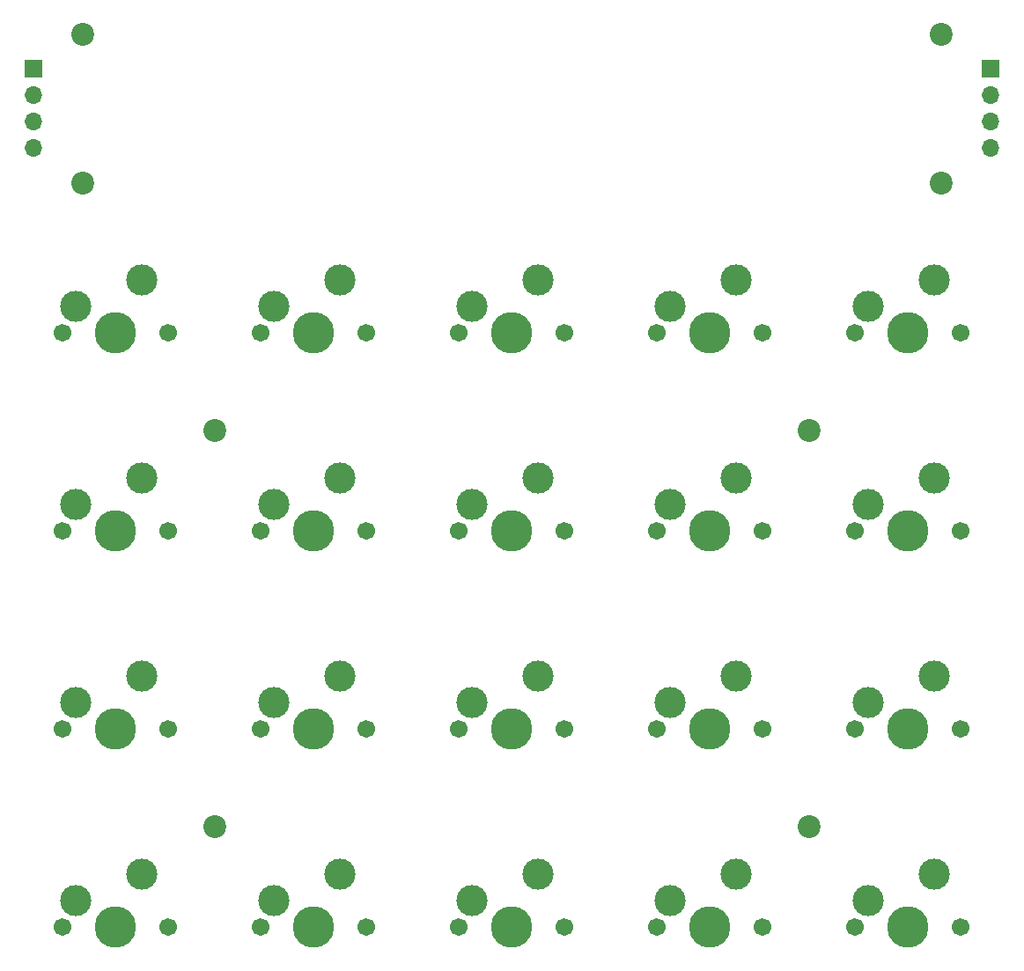
<source format=gbr>
%TF.GenerationSoftware,KiCad,Pcbnew,(6.0.4-0)*%
%TF.CreationDate,2022-07-24T18:31:06-05:00*%
%TF.ProjectId,beyblock20,62657962-6c6f-4636-9b32-302e6b696361,rev?*%
%TF.SameCoordinates,Original*%
%TF.FileFunction,Soldermask,Top*%
%TF.FilePolarity,Negative*%
%FSLAX46Y46*%
G04 Gerber Fmt 4.6, Leading zero omitted, Abs format (unit mm)*
G04 Created by KiCad (PCBNEW (6.0.4-0)) date 2022-07-24 18:31:06*
%MOMM*%
%LPD*%
G01*
G04 APERTURE LIST*
%ADD10C,2.200000*%
%ADD11C,1.701800*%
%ADD12C,3.987800*%
%ADD13C,3.000000*%
%ADD14O,1.700000X1.700000*%
%ADD15R,1.700000X1.700000*%
G04 APERTURE END LIST*
D10*
%TO.C,H8*%
X156368750Y-37306250D03*
%TD*%
%TO.C,H7*%
X73818750Y-37306250D03*
%TD*%
%TO.C,H6*%
X156368750Y-23018750D03*
%TD*%
%TO.C,H5*%
X73818750Y-23018750D03*
%TD*%
%TO.C,H4*%
X143668750Y-99218750D03*
%TD*%
%TO.C,H3*%
X86518750Y-99218750D03*
%TD*%
%TO.C,H2*%
X143668750Y-61118750D03*
%TD*%
%TO.C,H1*%
X86518750Y-61118750D03*
%TD*%
D11*
%TO.C,SW20*%
X71913750Y-108887500D03*
X82073750Y-108887500D03*
D12*
X76993750Y-108887500D03*
D13*
X73183750Y-106347500D03*
X79533750Y-103807500D03*
%TD*%
D11*
%TO.C,SW19*%
X90963750Y-108887500D03*
X101123750Y-108887500D03*
D12*
X96043750Y-108887500D03*
D13*
X92233750Y-106347500D03*
X98583750Y-103807500D03*
%TD*%
D11*
%TO.C,SW18*%
X110013750Y-108887500D03*
X120173750Y-108887500D03*
D12*
X115093750Y-108887500D03*
D13*
X111283750Y-106347500D03*
X117633750Y-103807500D03*
%TD*%
D11*
%TO.C,SW17*%
X129063750Y-108887500D03*
X139223750Y-108887500D03*
D12*
X134143750Y-108887500D03*
D13*
X130333750Y-106347500D03*
X136683750Y-103807500D03*
%TD*%
D11*
%TO.C,SW16*%
X148113750Y-108887500D03*
X158273750Y-108887500D03*
D12*
X153193750Y-108887500D03*
D13*
X149383750Y-106347500D03*
X155733750Y-103807500D03*
%TD*%
D11*
%TO.C,SW15*%
X71913750Y-89837500D03*
X82073750Y-89837500D03*
D12*
X76993750Y-89837500D03*
D13*
X73183750Y-87297500D03*
X79533750Y-84757500D03*
%TD*%
D11*
%TO.C,SW14*%
X90963750Y-89837500D03*
X101123750Y-89837500D03*
D12*
X96043750Y-89837500D03*
D13*
X92233750Y-87297500D03*
X98583750Y-84757500D03*
%TD*%
D11*
%TO.C,SW13*%
X110013750Y-89837500D03*
X120173750Y-89837500D03*
D12*
X115093750Y-89837500D03*
D13*
X111283750Y-87297500D03*
X117633750Y-84757500D03*
%TD*%
D11*
%TO.C,SW12*%
X129063750Y-89837500D03*
X139223750Y-89837500D03*
D12*
X134143750Y-89837500D03*
D13*
X130333750Y-87297500D03*
X136683750Y-84757500D03*
%TD*%
D11*
%TO.C,SW11*%
X148113750Y-89837500D03*
X158273750Y-89837500D03*
D12*
X153193750Y-89837500D03*
D13*
X149383750Y-87297500D03*
X155733750Y-84757500D03*
%TD*%
D11*
%TO.C,SW10*%
X71913750Y-70787500D03*
X82073750Y-70787500D03*
D12*
X76993750Y-70787500D03*
D13*
X73183750Y-68247500D03*
X79533750Y-65707500D03*
%TD*%
D11*
%TO.C,SW9*%
X90963750Y-70787500D03*
X101123750Y-70787500D03*
D12*
X96043750Y-70787500D03*
D13*
X92233750Y-68247500D03*
X98583750Y-65707500D03*
%TD*%
D11*
%TO.C,SW8*%
X110013750Y-70787500D03*
X120173750Y-70787500D03*
D12*
X115093750Y-70787500D03*
D13*
X111283750Y-68247500D03*
X117633750Y-65707500D03*
%TD*%
D11*
%TO.C,SW7*%
X129063750Y-70787500D03*
X139223750Y-70787500D03*
D12*
X134143750Y-70787500D03*
D13*
X130333750Y-68247500D03*
X136683750Y-65707500D03*
%TD*%
D11*
%TO.C,SW6*%
X148113750Y-70787500D03*
X158273750Y-70787500D03*
D12*
X153193750Y-70787500D03*
D13*
X149383750Y-68247500D03*
X155733750Y-65707500D03*
%TD*%
D11*
%TO.C,SW5*%
X71913750Y-51737500D03*
X82073750Y-51737500D03*
D12*
X76993750Y-51737500D03*
D13*
X73183750Y-49197500D03*
X79533750Y-46657500D03*
%TD*%
D11*
%TO.C,SW4*%
X90963750Y-51737500D03*
X101123750Y-51737500D03*
D12*
X96043750Y-51737500D03*
D13*
X92233750Y-49197500D03*
X98583750Y-46657500D03*
%TD*%
D11*
%TO.C,SW3*%
X110013750Y-51737500D03*
X120173750Y-51737500D03*
D12*
X115093750Y-51737500D03*
D13*
X111283750Y-49197500D03*
X117633750Y-46657500D03*
%TD*%
D11*
%TO.C,SW2*%
X129063750Y-51737500D03*
X139223750Y-51737500D03*
D12*
X134143750Y-51737500D03*
D13*
X130333750Y-49197500D03*
X136683750Y-46657500D03*
%TD*%
D11*
%TO.C,SW1*%
X148113750Y-51737500D03*
X158273750Y-51737500D03*
D12*
X153193750Y-51737500D03*
D13*
X149383750Y-49197500D03*
X155733750Y-46657500D03*
%TD*%
D14*
%TO.C,J2*%
X161131250Y-33982500D03*
X161131250Y-31442500D03*
X161131250Y-28902500D03*
D15*
X161131250Y-26362500D03*
%TD*%
D14*
%TO.C,J1*%
X69056250Y-33982500D03*
X69056250Y-31442500D03*
X69056250Y-28902500D03*
D15*
X69056250Y-26362500D03*
%TD*%
M02*

</source>
